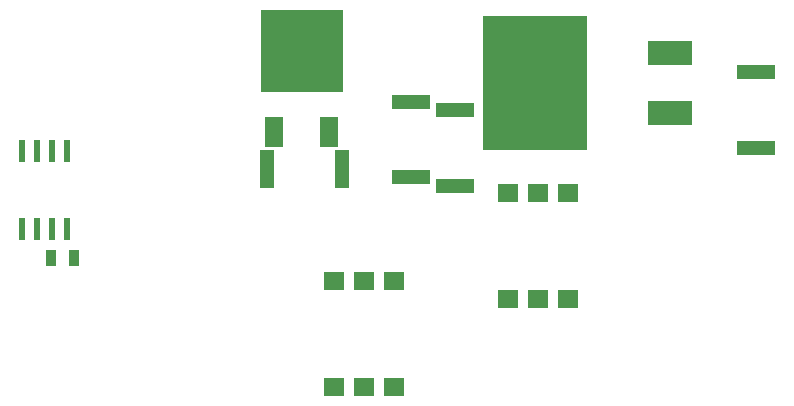
<source format=gbr>
G04 GENERATED BY PULSONIX 8.5 GERBER.DLL 5907*
G04 #@! TF.Part,Single*
%FSLAX35Y35*%
%LPD*%
%MOMM*%
G04 #@! TF.FileFunction,Paste,Bot*
G04 #@! TA.AperFunction,SMDPad*
%ADD76R,0.90000X1.40000*%
%ADD93R,1.80000X1.50000*%
%ADD94R,7.00000X7.00000*%
%ADD95R,1.50000X2.50000*%
%ADD422R,0.55000X1.95000*%
%ADD423R,8.90000X11.40000*%
%ADD424R,3.80000X2.10000*%
%ADD449R,3.20000X1.20000*%
%ADD480R,1.20000X3.20000*%
X0Y0D02*
D02*
D76*
X3936758Y3651500D03*
X4127258D03*
D02*
D93*
X6328008Y2551500D03*
Y3451500D03*
X6582008Y2551500D03*
Y3451500D03*
X6836008Y2551500D03*
Y3451500D03*
X7803008Y3301500D03*
Y4201500D03*
X8057008Y3301500D03*
Y4201500D03*
X8311008Y3301500D03*
Y4201500D03*
D02*
D94*
X6057008Y5401500D03*
D02*
D95*
X5827008Y4711500D03*
X6287008D03*
D02*
D422*
X3691508Y3896500D03*
Y4556500D03*
X3818508Y3896500D03*
Y4556500D03*
X3945508Y3896500D03*
Y4556500D03*
X4072508Y3896500D03*
Y4556500D03*
D02*
D423*
X8032008Y5126500D03*
D02*
D424*
X9177008Y4872500D03*
Y5380500D03*
D02*
D449*
X6982008Y4331500D03*
Y4971500D03*
X7357008Y4256500D03*
Y4896500D03*
X9907008Y4581500D03*
Y5221500D03*
D02*
D480*
X5762008Y4401500D03*
X6402008D03*
X0Y0D02*
M02*

</source>
